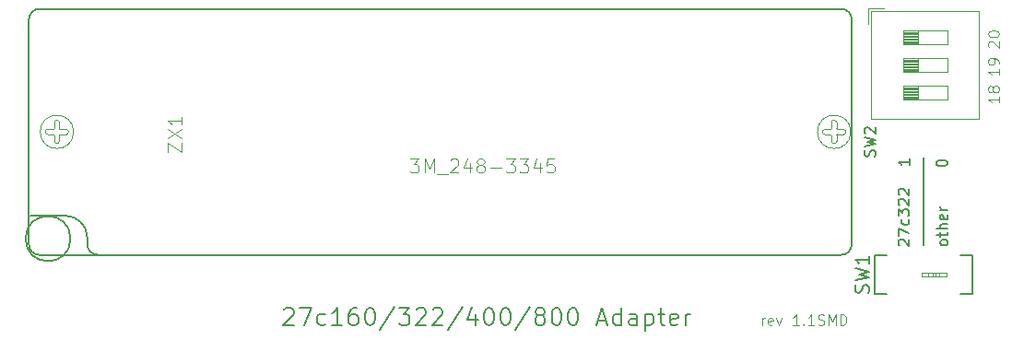
<source format=gto>
G04 #@! TF.GenerationSoftware,KiCad,Pcbnew,6.0.1*
G04 #@! TF.CreationDate,2022-02-11T11:10:19+01:00*
G04 #@! TF.ProjectId,27C160_Adapter,32374331-3630-45f4-9164-61707465722e,1.1SMD*
G04 #@! TF.SameCoordinates,Original*
G04 #@! TF.FileFunction,Legend,Top*
G04 #@! TF.FilePolarity,Positive*
%FSLAX46Y46*%
G04 Gerber Fmt 4.6, Leading zero omitted, Abs format (unit mm)*
G04 Created by KiCad (PCBNEW 6.0.1) date 2022-02-11 11:10:19*
%MOMM*%
%LPD*%
G01*
G04 APERTURE LIST*
%ADD10C,0.150000*%
%ADD11C,0.134112*%
%ADD12C,0.100000*%
%ADD13C,0.081280*%
%ADD14C,0.101600*%
%ADD15C,0.066040*%
%ADD16C,0.127000*%
%ADD17C,0.203200*%
%ADD18C,0.120000*%
%ADD19C,1.676400*%
%ADD20O,1.600000X2.600000*%
%ADD21O,1.500000X3.000000*%
%ADD22R,1.600000X1.600000*%
%ADD23O,1.600000X1.600000*%
G04 APERTURE END LIST*
D10*
X190603600Y-106500000D02*
X190603600Y-98500000D01*
D11*
X131880521Y-112453257D02*
X131956358Y-112377420D01*
X132108032Y-112301582D01*
X132487218Y-112301582D01*
X132638892Y-112377420D01*
X132714729Y-112453257D01*
X132790567Y-112604931D01*
X132790567Y-112756605D01*
X132714729Y-112984117D01*
X131804684Y-113894162D01*
X132790567Y-113894162D01*
X133321427Y-112301582D02*
X134383147Y-112301582D01*
X133700612Y-113894162D01*
X135672378Y-113818325D02*
X135520704Y-113894162D01*
X135217355Y-113894162D01*
X135065681Y-113818325D01*
X134989844Y-113742488D01*
X134914007Y-113590814D01*
X134914007Y-113135791D01*
X134989844Y-112984117D01*
X135065681Y-112908280D01*
X135217355Y-112832442D01*
X135520704Y-112832442D01*
X135672378Y-112908280D01*
X137189121Y-113894162D02*
X136279075Y-113894162D01*
X136734098Y-113894162D02*
X136734098Y-112301582D01*
X136582424Y-112529094D01*
X136430749Y-112680768D01*
X136279075Y-112756605D01*
X138554189Y-112301582D02*
X138250841Y-112301582D01*
X138099167Y-112377420D01*
X138023329Y-112453257D01*
X137871655Y-112680768D01*
X137795818Y-112984117D01*
X137795818Y-113590814D01*
X137871655Y-113742488D01*
X137947492Y-113818325D01*
X138099167Y-113894162D01*
X138402515Y-113894162D01*
X138554189Y-113818325D01*
X138630027Y-113742488D01*
X138705864Y-113590814D01*
X138705864Y-113211628D01*
X138630027Y-113059954D01*
X138554189Y-112984117D01*
X138402515Y-112908280D01*
X138099167Y-112908280D01*
X137947492Y-112984117D01*
X137871655Y-113059954D01*
X137795818Y-113211628D01*
X139691747Y-112301582D02*
X139843421Y-112301582D01*
X139995095Y-112377420D01*
X140070932Y-112453257D01*
X140146769Y-112604931D01*
X140222607Y-112908280D01*
X140222607Y-113287465D01*
X140146769Y-113590814D01*
X140070932Y-113742488D01*
X139995095Y-113818325D01*
X139843421Y-113894162D01*
X139691747Y-113894162D01*
X139540072Y-113818325D01*
X139464235Y-113742488D01*
X139388398Y-113590814D01*
X139312561Y-113287465D01*
X139312561Y-112908280D01*
X139388398Y-112604931D01*
X139464235Y-112453257D01*
X139540072Y-112377420D01*
X139691747Y-112301582D01*
X142042698Y-112225745D02*
X140677629Y-114273348D01*
X142421884Y-112301582D02*
X143407767Y-112301582D01*
X142876907Y-112908280D01*
X143104418Y-112908280D01*
X143256092Y-112984117D01*
X143331929Y-113059954D01*
X143407767Y-113211628D01*
X143407767Y-113590814D01*
X143331929Y-113742488D01*
X143256092Y-113818325D01*
X143104418Y-113894162D01*
X142649395Y-113894162D01*
X142497721Y-113818325D01*
X142421884Y-113742488D01*
X144014464Y-112453257D02*
X144090301Y-112377420D01*
X144241975Y-112301582D01*
X144621161Y-112301582D01*
X144772835Y-112377420D01*
X144848672Y-112453257D01*
X144924509Y-112604931D01*
X144924509Y-112756605D01*
X144848672Y-112984117D01*
X143938627Y-113894162D01*
X144924509Y-113894162D01*
X145531207Y-112453257D02*
X145607044Y-112377420D01*
X145758718Y-112301582D01*
X146137904Y-112301582D01*
X146289578Y-112377420D01*
X146365415Y-112453257D01*
X146441252Y-112604931D01*
X146441252Y-112756605D01*
X146365415Y-112984117D01*
X145455369Y-113894162D01*
X146441252Y-113894162D01*
X148261344Y-112225745D02*
X146896275Y-114273348D01*
X149474738Y-112832442D02*
X149474738Y-113894162D01*
X149095552Y-112225745D02*
X148716367Y-113363302D01*
X149702249Y-113363302D01*
X150612295Y-112301582D02*
X150763969Y-112301582D01*
X150915644Y-112377420D01*
X150991481Y-112453257D01*
X151067318Y-112604931D01*
X151143155Y-112908280D01*
X151143155Y-113287465D01*
X151067318Y-113590814D01*
X150991481Y-113742488D01*
X150915644Y-113818325D01*
X150763969Y-113894162D01*
X150612295Y-113894162D01*
X150460621Y-113818325D01*
X150384784Y-113742488D01*
X150308947Y-113590814D01*
X150233109Y-113287465D01*
X150233109Y-112908280D01*
X150308947Y-112604931D01*
X150384784Y-112453257D01*
X150460621Y-112377420D01*
X150612295Y-112301582D01*
X152129038Y-112301582D02*
X152280712Y-112301582D01*
X152432387Y-112377420D01*
X152508224Y-112453257D01*
X152584061Y-112604931D01*
X152659898Y-112908280D01*
X152659898Y-113287465D01*
X152584061Y-113590814D01*
X152508224Y-113742488D01*
X152432387Y-113818325D01*
X152280712Y-113894162D01*
X152129038Y-113894162D01*
X151977364Y-113818325D01*
X151901527Y-113742488D01*
X151825689Y-113590814D01*
X151749852Y-113287465D01*
X151749852Y-112908280D01*
X151825689Y-112604931D01*
X151901527Y-112453257D01*
X151977364Y-112377420D01*
X152129038Y-112301582D01*
X154479989Y-112225745D02*
X153114921Y-114273348D01*
X155238361Y-112984117D02*
X155086687Y-112908280D01*
X155010849Y-112832442D01*
X154935012Y-112680768D01*
X154935012Y-112604931D01*
X155010849Y-112453257D01*
X155086687Y-112377420D01*
X155238361Y-112301582D01*
X155541709Y-112301582D01*
X155693384Y-112377420D01*
X155769221Y-112453257D01*
X155845058Y-112604931D01*
X155845058Y-112680768D01*
X155769221Y-112832442D01*
X155693384Y-112908280D01*
X155541709Y-112984117D01*
X155238361Y-112984117D01*
X155086687Y-113059954D01*
X155010849Y-113135791D01*
X154935012Y-113287465D01*
X154935012Y-113590814D01*
X155010849Y-113742488D01*
X155086687Y-113818325D01*
X155238361Y-113894162D01*
X155541709Y-113894162D01*
X155693384Y-113818325D01*
X155769221Y-113742488D01*
X155845058Y-113590814D01*
X155845058Y-113287465D01*
X155769221Y-113135791D01*
X155693384Y-113059954D01*
X155541709Y-112984117D01*
X156830941Y-112301582D02*
X156982615Y-112301582D01*
X157134289Y-112377420D01*
X157210127Y-112453257D01*
X157285964Y-112604931D01*
X157361801Y-112908280D01*
X157361801Y-113287465D01*
X157285964Y-113590814D01*
X157210127Y-113742488D01*
X157134289Y-113818325D01*
X156982615Y-113894162D01*
X156830941Y-113894162D01*
X156679267Y-113818325D01*
X156603429Y-113742488D01*
X156527592Y-113590814D01*
X156451755Y-113287465D01*
X156451755Y-112908280D01*
X156527592Y-112604931D01*
X156603429Y-112453257D01*
X156679267Y-112377420D01*
X156830941Y-112301582D01*
X158347684Y-112301582D02*
X158499358Y-112301582D01*
X158651032Y-112377420D01*
X158726869Y-112453257D01*
X158802707Y-112604931D01*
X158878544Y-112908280D01*
X158878544Y-113287465D01*
X158802707Y-113590814D01*
X158726869Y-113742488D01*
X158651032Y-113818325D01*
X158499358Y-113894162D01*
X158347684Y-113894162D01*
X158196009Y-113818325D01*
X158120172Y-113742488D01*
X158044335Y-113590814D01*
X157968498Y-113287465D01*
X157968498Y-112908280D01*
X158044335Y-112604931D01*
X158120172Y-112453257D01*
X158196009Y-112377420D01*
X158347684Y-112301582D01*
X160698635Y-113439140D02*
X161457007Y-113439140D01*
X160546961Y-113894162D02*
X161077821Y-112301582D01*
X161608681Y-113894162D01*
X162822075Y-113894162D02*
X162822075Y-112301582D01*
X162822075Y-113818325D02*
X162670401Y-113894162D01*
X162367052Y-113894162D01*
X162215378Y-113818325D01*
X162139541Y-113742488D01*
X162063704Y-113590814D01*
X162063704Y-113135791D01*
X162139541Y-112984117D01*
X162215378Y-112908280D01*
X162367052Y-112832442D01*
X162670401Y-112832442D01*
X162822075Y-112908280D01*
X164262981Y-113894162D02*
X164262981Y-113059954D01*
X164187144Y-112908280D01*
X164035469Y-112832442D01*
X163732121Y-112832442D01*
X163580447Y-112908280D01*
X164262981Y-113818325D02*
X164111307Y-113894162D01*
X163732121Y-113894162D01*
X163580447Y-113818325D01*
X163504609Y-113666651D01*
X163504609Y-113514977D01*
X163580447Y-113363302D01*
X163732121Y-113287465D01*
X164111307Y-113287465D01*
X164262981Y-113211628D01*
X165021352Y-112832442D02*
X165021352Y-114425022D01*
X165021352Y-112908280D02*
X165173027Y-112832442D01*
X165476375Y-112832442D01*
X165628049Y-112908280D01*
X165703887Y-112984117D01*
X165779724Y-113135791D01*
X165779724Y-113590814D01*
X165703887Y-113742488D01*
X165628049Y-113818325D01*
X165476375Y-113894162D01*
X165173027Y-113894162D01*
X165021352Y-113818325D01*
X166234747Y-112832442D02*
X166841444Y-112832442D01*
X166462258Y-112301582D02*
X166462258Y-113666651D01*
X166538095Y-113818325D01*
X166689769Y-113894162D01*
X166841444Y-113894162D01*
X167979001Y-113818325D02*
X167827327Y-113894162D01*
X167523978Y-113894162D01*
X167372304Y-113818325D01*
X167296467Y-113666651D01*
X167296467Y-113059954D01*
X167372304Y-112908280D01*
X167523978Y-112832442D01*
X167827327Y-112832442D01*
X167979001Y-112908280D01*
X168054838Y-113059954D01*
X168054838Y-113211628D01*
X167296467Y-113363302D01*
X168737372Y-113894162D02*
X168737372Y-112832442D01*
X168737372Y-113135791D02*
X168813209Y-112984117D01*
X168889047Y-112908280D01*
X169040721Y-112832442D01*
X169192395Y-112832442D01*
D12*
X196646219Y-88342285D02*
X196598600Y-88294666D01*
X196550980Y-88199428D01*
X196550980Y-87961333D01*
X196598600Y-87866095D01*
X196646219Y-87818476D01*
X196741457Y-87770857D01*
X196836695Y-87770857D01*
X196979552Y-87818476D01*
X197550980Y-88389904D01*
X197550980Y-87770857D01*
X196550980Y-87151809D02*
X196550980Y-87056571D01*
X196598600Y-86961333D01*
X196646219Y-86913714D01*
X196741457Y-86866095D01*
X196931933Y-86818476D01*
X197170028Y-86818476D01*
X197360504Y-86866095D01*
X197455742Y-86913714D01*
X197503361Y-86961333D01*
X197550980Y-87056571D01*
X197550980Y-87151809D01*
X197503361Y-87247047D01*
X197455742Y-87294666D01*
X197360504Y-87342285D01*
X197170028Y-87389904D01*
X196931933Y-87389904D01*
X196741457Y-87342285D01*
X196646219Y-87294666D01*
X196598600Y-87247047D01*
X196550980Y-87151809D01*
X197550980Y-92850857D02*
X197550980Y-93422285D01*
X197550980Y-93136571D02*
X196550980Y-93136571D01*
X196693838Y-93231809D01*
X196789076Y-93327047D01*
X196836695Y-93422285D01*
X196979552Y-92279428D02*
X196931933Y-92374666D01*
X196884314Y-92422285D01*
X196789076Y-92469904D01*
X196741457Y-92469904D01*
X196646219Y-92422285D01*
X196598600Y-92374666D01*
X196550980Y-92279428D01*
X196550980Y-92088952D01*
X196598600Y-91993714D01*
X196646219Y-91946095D01*
X196741457Y-91898476D01*
X196789076Y-91898476D01*
X196884314Y-91946095D01*
X196931933Y-91993714D01*
X196979552Y-92088952D01*
X196979552Y-92279428D01*
X197027171Y-92374666D01*
X197074790Y-92422285D01*
X197170028Y-92469904D01*
X197360504Y-92469904D01*
X197455742Y-92422285D01*
X197503361Y-92374666D01*
X197550980Y-92279428D01*
X197550980Y-92088952D01*
X197503361Y-91993714D01*
X197455742Y-91946095D01*
X197360504Y-91898476D01*
X197170028Y-91898476D01*
X197074790Y-91946095D01*
X197027171Y-91993714D01*
X196979552Y-92088952D01*
D13*
X175772641Y-113854038D02*
X175772641Y-113210571D01*
X175772641Y-113394419D02*
X175818603Y-113302495D01*
X175864565Y-113256533D01*
X175956489Y-113210571D01*
X176048412Y-113210571D01*
X176737841Y-113808076D02*
X176645917Y-113854038D01*
X176462070Y-113854038D01*
X176370146Y-113808076D01*
X176324184Y-113716152D01*
X176324184Y-113348457D01*
X176370146Y-113256533D01*
X176462070Y-113210571D01*
X176645917Y-113210571D01*
X176737841Y-113256533D01*
X176783803Y-113348457D01*
X176783803Y-113440380D01*
X176324184Y-113532304D01*
X177105536Y-113210571D02*
X177335346Y-113854038D01*
X177565155Y-113210571D01*
X179173822Y-113854038D02*
X178622279Y-113854038D01*
X178898051Y-113854038D02*
X178898051Y-112888838D01*
X178806127Y-113026723D01*
X178714203Y-113118647D01*
X178622279Y-113164609D01*
X179587479Y-113762114D02*
X179633441Y-113808076D01*
X179587479Y-113854038D01*
X179541517Y-113808076D01*
X179587479Y-113762114D01*
X179587479Y-113854038D01*
X180552679Y-113854038D02*
X180001136Y-113854038D01*
X180276908Y-113854038D02*
X180276908Y-112888838D01*
X180184984Y-113026723D01*
X180093060Y-113118647D01*
X180001136Y-113164609D01*
X180920374Y-113808076D02*
X181058260Y-113854038D01*
X181288070Y-113854038D01*
X181379993Y-113808076D01*
X181425955Y-113762114D01*
X181471917Y-113670190D01*
X181471917Y-113578266D01*
X181425955Y-113486342D01*
X181379993Y-113440380D01*
X181288070Y-113394419D01*
X181104222Y-113348457D01*
X181012298Y-113302495D01*
X180966336Y-113256533D01*
X180920374Y-113164609D01*
X180920374Y-113072685D01*
X180966336Y-112980761D01*
X181012298Y-112934800D01*
X181104222Y-112888838D01*
X181334032Y-112888838D01*
X181471917Y-112934800D01*
X181885574Y-113854038D02*
X181885574Y-112888838D01*
X182207308Y-113578266D01*
X182529041Y-112888838D01*
X182529041Y-113854038D01*
X182988660Y-113854038D02*
X182988660Y-112888838D01*
X183218470Y-112888838D01*
X183356355Y-112934800D01*
X183448279Y-113026723D01*
X183494241Y-113118647D01*
X183540203Y-113302495D01*
X183540203Y-113440380D01*
X183494241Y-113624228D01*
X183448279Y-113716152D01*
X183356355Y-113808076D01*
X183218470Y-113854038D01*
X182988660Y-113854038D01*
D10*
X191782380Y-99033928D02*
X191782380Y-98938690D01*
X191830000Y-98843452D01*
X191877619Y-98795833D01*
X191972857Y-98748214D01*
X192163333Y-98700595D01*
X192401428Y-98700595D01*
X192591904Y-98748214D01*
X192687142Y-98795833D01*
X192734761Y-98843452D01*
X192782380Y-98938690D01*
X192782380Y-99033928D01*
X192734761Y-99129166D01*
X192687142Y-99176785D01*
X192591904Y-99224404D01*
X192401428Y-99272023D01*
X192163333Y-99272023D01*
X191972857Y-99224404D01*
X191877619Y-99176785D01*
X191830000Y-99129166D01*
X191782380Y-99033928D01*
X192825980Y-106365447D02*
X192778361Y-106460685D01*
X192730742Y-106508304D01*
X192635504Y-106555923D01*
X192349790Y-106555923D01*
X192254552Y-106508304D01*
X192206933Y-106460685D01*
X192159314Y-106365447D01*
X192159314Y-106222590D01*
X192206933Y-106127352D01*
X192254552Y-106079733D01*
X192349790Y-106032114D01*
X192635504Y-106032114D01*
X192730742Y-106079733D01*
X192778361Y-106127352D01*
X192825980Y-106222590D01*
X192825980Y-106365447D01*
X192159314Y-105746400D02*
X192159314Y-105365447D01*
X191825980Y-105603542D02*
X192683123Y-105603542D01*
X192778361Y-105555923D01*
X192825980Y-105460685D01*
X192825980Y-105365447D01*
X192825980Y-105032114D02*
X191825980Y-105032114D01*
X192825980Y-104603542D02*
X192302171Y-104603542D01*
X192206933Y-104651161D01*
X192159314Y-104746400D01*
X192159314Y-104889257D01*
X192206933Y-104984495D01*
X192254552Y-105032114D01*
X192778361Y-103746400D02*
X192825980Y-103841638D01*
X192825980Y-104032114D01*
X192778361Y-104127352D01*
X192683123Y-104174971D01*
X192302171Y-104174971D01*
X192206933Y-104127352D01*
X192159314Y-104032114D01*
X192159314Y-103841638D01*
X192206933Y-103746400D01*
X192302171Y-103698780D01*
X192397409Y-103698780D01*
X192492647Y-104174971D01*
X192825980Y-103270209D02*
X192159314Y-103270209D01*
X192349790Y-103270209D02*
X192254552Y-103222590D01*
X192206933Y-103174971D01*
X192159314Y-103079733D01*
X192159314Y-102984495D01*
D12*
X197550980Y-90310857D02*
X197550980Y-90882285D01*
X197550980Y-90596571D02*
X196550980Y-90596571D01*
X196693838Y-90691809D01*
X196789076Y-90787047D01*
X196836695Y-90882285D01*
X197550980Y-89834666D02*
X197550980Y-89644190D01*
X197503361Y-89548952D01*
X197455742Y-89501333D01*
X197312885Y-89406095D01*
X197122409Y-89358476D01*
X196741457Y-89358476D01*
X196646219Y-89406095D01*
X196598600Y-89453714D01*
X196550980Y-89548952D01*
X196550980Y-89739428D01*
X196598600Y-89834666D01*
X196646219Y-89882285D01*
X196741457Y-89929904D01*
X196979552Y-89929904D01*
X197074790Y-89882285D01*
X197122409Y-89834666D01*
X197170028Y-89739428D01*
X197170028Y-89548952D01*
X197122409Y-89453714D01*
X197074790Y-89406095D01*
X196979552Y-89358476D01*
D10*
X189302380Y-98570595D02*
X189302380Y-99142023D01*
X189302380Y-98856309D02*
X188302380Y-98856309D01*
X188445238Y-98951547D01*
X188540476Y-99046785D01*
X188588095Y-99142023D01*
X188381219Y-106555923D02*
X188333600Y-106508304D01*
X188285980Y-106413066D01*
X188285980Y-106174971D01*
X188333600Y-106079733D01*
X188381219Y-106032114D01*
X188476457Y-105984495D01*
X188571695Y-105984495D01*
X188714552Y-106032114D01*
X189285980Y-106603542D01*
X189285980Y-105984495D01*
X188285980Y-105651161D02*
X188285980Y-104984495D01*
X189285980Y-105413066D01*
X189238361Y-104174971D02*
X189285980Y-104270209D01*
X189285980Y-104460685D01*
X189238361Y-104555923D01*
X189190742Y-104603542D01*
X189095504Y-104651161D01*
X188809790Y-104651161D01*
X188714552Y-104603542D01*
X188666933Y-104555923D01*
X188619314Y-104460685D01*
X188619314Y-104270209D01*
X188666933Y-104174971D01*
X188285980Y-103841638D02*
X188285980Y-103222590D01*
X188666933Y-103555923D01*
X188666933Y-103413066D01*
X188714552Y-103317828D01*
X188762171Y-103270209D01*
X188857409Y-103222590D01*
X189095504Y-103222590D01*
X189190742Y-103270209D01*
X189238361Y-103317828D01*
X189285980Y-103413066D01*
X189285980Y-103698780D01*
X189238361Y-103794019D01*
X189190742Y-103841638D01*
X188381219Y-102841638D02*
X188333600Y-102794019D01*
X188285980Y-102698780D01*
X188285980Y-102460685D01*
X188333600Y-102365447D01*
X188381219Y-102317828D01*
X188476457Y-102270209D01*
X188571695Y-102270209D01*
X188714552Y-102317828D01*
X189285980Y-102889257D01*
X189285980Y-102270209D01*
X188381219Y-101889257D02*
X188333600Y-101841638D01*
X188285980Y-101746400D01*
X188285980Y-101508304D01*
X188333600Y-101413066D01*
X188381219Y-101365447D01*
X188476457Y-101317828D01*
X188571695Y-101317828D01*
X188714552Y-101365447D01*
X189285980Y-101936876D01*
X189285980Y-101317828D01*
X185534047Y-110893333D02*
X185594523Y-110711904D01*
X185594523Y-110409523D01*
X185534047Y-110288571D01*
X185473571Y-110228095D01*
X185352619Y-110167619D01*
X185231666Y-110167619D01*
X185110714Y-110228095D01*
X185050238Y-110288571D01*
X184989761Y-110409523D01*
X184929285Y-110651428D01*
X184868809Y-110772380D01*
X184808333Y-110832857D01*
X184687380Y-110893333D01*
X184566428Y-110893333D01*
X184445476Y-110832857D01*
X184385000Y-110772380D01*
X184324523Y-110651428D01*
X184324523Y-110349047D01*
X184385000Y-110167619D01*
X184324523Y-109744285D02*
X185594523Y-109441904D01*
X184687380Y-109200000D01*
X185594523Y-108958095D01*
X184324523Y-108655714D01*
X185594523Y-107506666D02*
X185594523Y-108232380D01*
X185594523Y-107869523D02*
X184324523Y-107869523D01*
X184505952Y-107990476D01*
X184626904Y-108111428D01*
X184687380Y-108232380D01*
D14*
X121194523Y-97942857D02*
X121194523Y-97096190D01*
X122464523Y-97942857D01*
X122464523Y-97096190D01*
X121194523Y-96733333D02*
X122464523Y-95886666D01*
X121194523Y-95886666D02*
X122464523Y-96733333D01*
X122464523Y-94737619D02*
X122464523Y-95463333D01*
X122464523Y-95100476D02*
X121194523Y-95100476D01*
X121375952Y-95221428D01*
X121496904Y-95342380D01*
X121557380Y-95463333D01*
X143467619Y-98594523D02*
X144253809Y-98594523D01*
X143830476Y-99078333D01*
X144011904Y-99078333D01*
X144132857Y-99138809D01*
X144193333Y-99199285D01*
X144253809Y-99320238D01*
X144253809Y-99622619D01*
X144193333Y-99743571D01*
X144132857Y-99804047D01*
X144011904Y-99864523D01*
X143649047Y-99864523D01*
X143528095Y-99804047D01*
X143467619Y-99743571D01*
X144798095Y-99864523D02*
X144798095Y-98594523D01*
X145221428Y-99501666D01*
X145644761Y-98594523D01*
X145644761Y-99864523D01*
X145947142Y-99985476D02*
X146914761Y-99985476D01*
X147156666Y-98715476D02*
X147217142Y-98655000D01*
X147338095Y-98594523D01*
X147640476Y-98594523D01*
X147761428Y-98655000D01*
X147821904Y-98715476D01*
X147882380Y-98836428D01*
X147882380Y-98957380D01*
X147821904Y-99138809D01*
X147096190Y-99864523D01*
X147882380Y-99864523D01*
X148970952Y-99017857D02*
X148970952Y-99864523D01*
X148668571Y-98534047D02*
X148366190Y-99441190D01*
X149152380Y-99441190D01*
X149817619Y-99138809D02*
X149696666Y-99078333D01*
X149636190Y-99017857D01*
X149575714Y-98896904D01*
X149575714Y-98836428D01*
X149636190Y-98715476D01*
X149696666Y-98655000D01*
X149817619Y-98594523D01*
X150059523Y-98594523D01*
X150180476Y-98655000D01*
X150240952Y-98715476D01*
X150301428Y-98836428D01*
X150301428Y-98896904D01*
X150240952Y-99017857D01*
X150180476Y-99078333D01*
X150059523Y-99138809D01*
X149817619Y-99138809D01*
X149696666Y-99199285D01*
X149636190Y-99259761D01*
X149575714Y-99380714D01*
X149575714Y-99622619D01*
X149636190Y-99743571D01*
X149696666Y-99804047D01*
X149817619Y-99864523D01*
X150059523Y-99864523D01*
X150180476Y-99804047D01*
X150240952Y-99743571D01*
X150301428Y-99622619D01*
X150301428Y-99380714D01*
X150240952Y-99259761D01*
X150180476Y-99199285D01*
X150059523Y-99138809D01*
X150845714Y-99380714D02*
X151813333Y-99380714D01*
X152297142Y-98594523D02*
X153083333Y-98594523D01*
X152660000Y-99078333D01*
X152841428Y-99078333D01*
X152962380Y-99138809D01*
X153022857Y-99199285D01*
X153083333Y-99320238D01*
X153083333Y-99622619D01*
X153022857Y-99743571D01*
X152962380Y-99804047D01*
X152841428Y-99864523D01*
X152478571Y-99864523D01*
X152357619Y-99804047D01*
X152297142Y-99743571D01*
X153506666Y-98594523D02*
X154292857Y-98594523D01*
X153869523Y-99078333D01*
X154050952Y-99078333D01*
X154171904Y-99138809D01*
X154232380Y-99199285D01*
X154292857Y-99320238D01*
X154292857Y-99622619D01*
X154232380Y-99743571D01*
X154171904Y-99804047D01*
X154050952Y-99864523D01*
X153688095Y-99864523D01*
X153567142Y-99804047D01*
X153506666Y-99743571D01*
X155381428Y-99017857D02*
X155381428Y-99864523D01*
X155079047Y-98534047D02*
X154776666Y-99441190D01*
X155562857Y-99441190D01*
X156651428Y-98594523D02*
X156046666Y-98594523D01*
X155986190Y-99199285D01*
X156046666Y-99138809D01*
X156167619Y-99078333D01*
X156470000Y-99078333D01*
X156590952Y-99138809D01*
X156651428Y-99199285D01*
X156711904Y-99320238D01*
X156711904Y-99622619D01*
X156651428Y-99743571D01*
X156590952Y-99804047D01*
X156470000Y-99864523D01*
X156167619Y-99864523D01*
X156046666Y-99804047D01*
X155986190Y-99743571D01*
D10*
X186124761Y-98353333D02*
X186172380Y-98210476D01*
X186172380Y-97972380D01*
X186124761Y-97877142D01*
X186077142Y-97829523D01*
X185981904Y-97781904D01*
X185886666Y-97781904D01*
X185791428Y-97829523D01*
X185743809Y-97877142D01*
X185696190Y-97972380D01*
X185648571Y-98162857D01*
X185600952Y-98258095D01*
X185553333Y-98305714D01*
X185458095Y-98353333D01*
X185362857Y-98353333D01*
X185267619Y-98305714D01*
X185220000Y-98258095D01*
X185172380Y-98162857D01*
X185172380Y-97924761D01*
X185220000Y-97781904D01*
X185172380Y-97448571D02*
X186172380Y-97210476D01*
X185458095Y-97020000D01*
X186172380Y-96829523D01*
X185172380Y-96591428D01*
X185267619Y-96258095D02*
X185220000Y-96210476D01*
X185172380Y-96115238D01*
X185172380Y-95877142D01*
X185220000Y-95781904D01*
X185267619Y-95734285D01*
X185362857Y-95686666D01*
X185458095Y-95686666D01*
X185600952Y-95734285D01*
X186172380Y-96305714D01*
X186172380Y-95686666D01*
D15*
X191679500Y-109029500D02*
X191679500Y-109410500D01*
D16*
X187199170Y-107472480D02*
X186100830Y-107472480D01*
D15*
X191425500Y-109029500D02*
X190409500Y-109029500D01*
X191044500Y-109029500D02*
X191044500Y-109410500D01*
X191425500Y-109410500D02*
X190409500Y-109410500D01*
X192695500Y-109410500D02*
X191679500Y-109410500D01*
D16*
X186100830Y-110967520D02*
X187199170Y-110967520D01*
D15*
X192060500Y-109410500D02*
X191044500Y-109410500D01*
X190409500Y-109029500D02*
X190409500Y-109410500D01*
X192060500Y-109029500D02*
X192060500Y-109410500D01*
D16*
X194000000Y-110967520D02*
X195098340Y-110967520D01*
X186101660Y-107472480D02*
X186101660Y-110967520D01*
D15*
X191425500Y-109029500D02*
X191425500Y-109410500D01*
X192695500Y-109029500D02*
X192695500Y-109410500D01*
X192060500Y-109029500D02*
X191044500Y-109029500D01*
D16*
X195098340Y-107472480D02*
X194000000Y-107472480D01*
X195098340Y-110967520D02*
X195098340Y-107472480D01*
D15*
X192695500Y-109029500D02*
X191679500Y-109029500D01*
D14*
X110766860Y-96961960D02*
X110766860Y-96413320D01*
X111226600Y-96423480D02*
X111226600Y-96961960D01*
X110147100Y-95885000D02*
X110698280Y-95885000D01*
D17*
X108427520Y-106423460D02*
X108427520Y-85803740D01*
X183024780Y-107421680D02*
X114838480Y-107421680D01*
D14*
X182626000Y-96423480D02*
X182626000Y-96961960D01*
D17*
X113786920Y-105773220D02*
X113786920Y-106423460D01*
X108536740Y-103822500D02*
X111787940Y-103822500D01*
X184025540Y-85803740D02*
X184025540Y-106423460D01*
D14*
X182163720Y-96961960D02*
X182163720Y-96413320D01*
X111226600Y-95265240D02*
X111226600Y-95813880D01*
X182704740Y-95885000D02*
X183245760Y-95885000D01*
X183245760Y-96342200D02*
X182694580Y-96342200D01*
X182163720Y-95803720D02*
X182163720Y-95265240D01*
X181543960Y-95885000D02*
X182095140Y-95885000D01*
X182084980Y-96342200D02*
X181543960Y-96342200D01*
D17*
X109428280Y-84805520D02*
X183024780Y-84805520D01*
D14*
X110766860Y-95803720D02*
X110766860Y-95265240D01*
X111846360Y-96342200D02*
X111297720Y-96342200D01*
X110688120Y-96342200D02*
X110147100Y-96342200D01*
X111307880Y-95885000D02*
X111846360Y-95885000D01*
X182626000Y-95265240D02*
X182626000Y-95813880D01*
D17*
X114838480Y-107421680D02*
X109428280Y-107421680D01*
D14*
X110759240Y-96413320D02*
G75*
G03*
X110688120Y-96342200I-71121J-1D01*
G01*
X111229140Y-95265240D02*
G75*
G03*
X110998000Y-95034100I-231139J1D01*
G01*
X182694580Y-96344740D02*
G75*
G03*
X182626000Y-96413320I1J-68581D01*
G01*
X110147100Y-95885000D02*
G75*
G03*
X109918500Y-96113600I-1J-228599D01*
G01*
X112074960Y-96113600D02*
G75*
G03*
X111846360Y-95885000I-228599J1D01*
G01*
X182163720Y-96961960D02*
G75*
G03*
X182394860Y-97193100I231139J-1D01*
G01*
D17*
X184023000Y-85803740D02*
G75*
G03*
X183024780Y-84805520I-998220J0D01*
G01*
D14*
X182156100Y-96413320D02*
G75*
G03*
X182084980Y-96342200I-71121J-1D01*
G01*
X111846360Y-96344740D02*
G75*
G03*
X112077500Y-96113600I1J231139D01*
G01*
D17*
X109428280Y-84802980D02*
G75*
G03*
X108427520Y-85803740I1J-1000761D01*
G01*
X183024780Y-107424220D02*
G75*
G03*
X184025540Y-106423460I-1J1000761D01*
G01*
D14*
X110766860Y-96961960D02*
G75*
G03*
X110998000Y-97193100I231139J-1D01*
G01*
X182394860Y-95034100D02*
G75*
G03*
X182163720Y-95265240I-1J-231139D01*
G01*
X182095140Y-95882460D02*
G75*
G03*
X182163720Y-95813880I-1J68581D01*
G01*
X181543960Y-95885000D02*
G75*
G03*
X181315360Y-96113600I-1J-228599D01*
G01*
X110998000Y-95034100D02*
G75*
G03*
X110766860Y-95265240I-1J-231139D01*
G01*
X183245760Y-96342200D02*
G75*
G03*
X183474360Y-96113600I1J228599D01*
G01*
X182394860Y-97193100D02*
G75*
G03*
X182626000Y-96961960I1J231139D01*
G01*
X110998000Y-97190560D02*
G75*
G03*
X111226600Y-96961960I1J228599D01*
G01*
D17*
X113788774Y-105771626D02*
G75*
G03*
X111787940Y-103822500I-2000834J-52394D01*
G01*
D14*
X110698280Y-95882460D02*
G75*
G03*
X110766860Y-95813880I-1J68581D01*
G01*
X181315360Y-96113600D02*
G75*
G03*
X181543960Y-96342200I228599J-1D01*
G01*
D17*
X108430060Y-106423460D02*
G75*
G03*
X109428280Y-107421680I998220J0D01*
G01*
D14*
X183474360Y-96113600D02*
G75*
G03*
X183245760Y-95885000I-228599J1D01*
G01*
X111226600Y-95813880D02*
G75*
G03*
X111297720Y-95885000I71121J1D01*
G01*
X182626000Y-95265240D02*
G75*
G03*
X182394860Y-95034100I-231139J1D01*
G01*
X111297720Y-96342200D02*
G75*
G03*
X111226600Y-96413320I1J-71121D01*
G01*
D17*
X113788175Y-106427181D02*
G75*
G03*
X114838480Y-107421680I999505J3721D01*
G01*
D14*
X109918500Y-96113600D02*
G75*
G03*
X110147100Y-96342200I228599J-1D01*
G01*
X182623460Y-95813880D02*
G75*
G03*
X182694580Y-95885000I71121J1D01*
G01*
D17*
X112257840Y-105923080D02*
G75*
G03*
X112257840Y-105923080I-2070100J0D01*
G01*
D14*
X112527080Y-96113600D02*
G75*
G03*
X112527080Y-96113600I-1529080J0D01*
G01*
X183923940Y-96113600D02*
G75*
G03*
X183923940Y-96113600I-1529080J0D01*
G01*
D18*
X188720000Y-89705000D02*
X190073333Y-89705000D01*
X188720000Y-92605000D02*
X190073333Y-92605000D01*
X188720000Y-87045000D02*
X190073333Y-87045000D01*
X188720000Y-91885000D02*
X188720000Y-93155000D01*
X188720000Y-93155000D02*
X192780000Y-93155000D01*
X188720000Y-87645000D02*
X190073333Y-87645000D01*
X188720000Y-92725000D02*
X190073333Y-92725000D01*
X190073333Y-91885000D02*
X190073333Y-93155000D01*
X188720000Y-90185000D02*
X190073333Y-90185000D01*
X188720000Y-86805000D02*
X188720000Y-88075000D01*
X188720000Y-88005000D02*
X190073333Y-88005000D01*
X185560000Y-84780000D02*
X185560000Y-86163000D01*
X188720000Y-87165000D02*
X190073333Y-87165000D01*
X192780000Y-90615000D02*
X192780000Y-89345000D01*
X188720000Y-87525000D02*
X190073333Y-87525000D01*
X185800000Y-85020000D02*
X185800000Y-94940000D01*
X188720000Y-92005000D02*
X190073333Y-92005000D01*
X188720000Y-90425000D02*
X190073333Y-90425000D01*
X188720000Y-89465000D02*
X190073333Y-89465000D01*
X190073333Y-89345000D02*
X190073333Y-90615000D01*
X188720000Y-90615000D02*
X192780000Y-90615000D01*
X190073333Y-86805000D02*
X190073333Y-88075000D01*
X188720000Y-90545000D02*
X190073333Y-90545000D01*
X188720000Y-87285000D02*
X190073333Y-87285000D01*
X188720000Y-89945000D02*
X190073333Y-89945000D01*
X188720000Y-92845000D02*
X190073333Y-92845000D01*
X192780000Y-89345000D02*
X188720000Y-89345000D01*
X192780000Y-93155000D02*
X192780000Y-91885000D01*
X188720000Y-87885000D02*
X190073333Y-87885000D01*
X188720000Y-89345000D02*
X188720000Y-90615000D01*
X188720000Y-87765000D02*
X190073333Y-87765000D01*
X192780000Y-88075000D02*
X192780000Y-86805000D01*
X188720000Y-92965000D02*
X190073333Y-92965000D01*
X188720000Y-87405000D02*
X190073333Y-87405000D01*
X188720000Y-90065000D02*
X190073333Y-90065000D01*
X192780000Y-86805000D02*
X188720000Y-86805000D01*
X188720000Y-90305000D02*
X190073333Y-90305000D01*
X188720000Y-92485000D02*
X190073333Y-92485000D01*
X195700000Y-85020000D02*
X195700000Y-94940000D01*
X188720000Y-93085000D02*
X190073333Y-93085000D01*
X192780000Y-91885000D02*
X188720000Y-91885000D01*
X185560000Y-84780000D02*
X186944000Y-84780000D01*
X185800000Y-85020000D02*
X195700000Y-85020000D01*
X188720000Y-86925000D02*
X190073333Y-86925000D01*
X188720000Y-92365000D02*
X190073333Y-92365000D01*
X188720000Y-92245000D02*
X190073333Y-92245000D01*
X185800000Y-94940000D02*
X195700000Y-94940000D01*
X188720000Y-89585000D02*
X190073333Y-89585000D01*
X188720000Y-92125000D02*
X190073333Y-92125000D01*
X188720000Y-88075000D02*
X192780000Y-88075000D01*
X188720000Y-89825000D02*
X190073333Y-89825000D01*
%LPC*%
D19*
X193140000Y-110490000D03*
X190600000Y-110490000D03*
X188060000Y-110490000D03*
X193140000Y-107950000D03*
X190600000Y-107950000D03*
X188060000Y-107950000D03*
D20*
X130110000Y-110023000D03*
X132650000Y-110023000D03*
X135190000Y-110023000D03*
X137730000Y-110023000D03*
X140270000Y-110023000D03*
X142810000Y-110023000D03*
X145350000Y-110023000D03*
X147890000Y-110023000D03*
X150430000Y-110023000D03*
X152970000Y-110023000D03*
X155510000Y-110023000D03*
X158050000Y-110023000D03*
X160590000Y-110023000D03*
X163130000Y-110023000D03*
X165670000Y-110023000D03*
X168210000Y-110023000D03*
X170750000Y-110023000D03*
X173290000Y-110023000D03*
X175830000Y-110023000D03*
X178370000Y-110023000D03*
X178370000Y-95037000D03*
X175830000Y-95037000D03*
X173290000Y-95037000D03*
X170750000Y-95037000D03*
X168210000Y-95037000D03*
X165670000Y-95037000D03*
X163130000Y-95037000D03*
X160590000Y-95037000D03*
X158050000Y-95037000D03*
X155510000Y-95037000D03*
X152970000Y-95037000D03*
X150430000Y-95037000D03*
X147890000Y-95037000D03*
X145350000Y-95037000D03*
X142810000Y-95037000D03*
X140270000Y-95037000D03*
X137730000Y-95037000D03*
X135190000Y-95037000D03*
X132650000Y-95037000D03*
X130110000Y-95037000D03*
D21*
X118021100Y-103733600D03*
X120561100Y-103733600D03*
X123101100Y-103733600D03*
X125641100Y-103733600D03*
X128181100Y-103733600D03*
X130721100Y-103733600D03*
X133261100Y-103733600D03*
X135801100Y-103733600D03*
X138341100Y-103733600D03*
X140881100Y-103733600D03*
X143421100Y-103733600D03*
X145961100Y-103733600D03*
X148501100Y-103733600D03*
X151041100Y-103733600D03*
X153581100Y-103733600D03*
X156121100Y-103733600D03*
X158661100Y-103733600D03*
X161201100Y-103733600D03*
X163741100Y-103733600D03*
X166281100Y-103733600D03*
X168821100Y-103733600D03*
X171361100Y-103733600D03*
X173901100Y-103733600D03*
X176441100Y-103733600D03*
X176441100Y-88493600D03*
X173901100Y-88493600D03*
X171361100Y-88493600D03*
X168821100Y-88493600D03*
X166281100Y-88493600D03*
X163741100Y-88493600D03*
X161201100Y-88493600D03*
X158661100Y-88493600D03*
X156121100Y-88493600D03*
X153581100Y-88493600D03*
X151041100Y-88493600D03*
X148501100Y-88493600D03*
X145961100Y-88493600D03*
X143421100Y-88493600D03*
X140881100Y-88493600D03*
X138341100Y-88493600D03*
X135801100Y-88493600D03*
X133261100Y-88493600D03*
X130721100Y-88493600D03*
X128181100Y-88493600D03*
X125641100Y-88493600D03*
X123101100Y-88493600D03*
X120561100Y-88493600D03*
X118021100Y-88493600D03*
D22*
X186940000Y-87440000D03*
D23*
X186940000Y-89980000D03*
X186940000Y-92520000D03*
X194560000Y-92520000D03*
X194560000Y-89980000D03*
X194560000Y-87440000D03*
M02*

</source>
